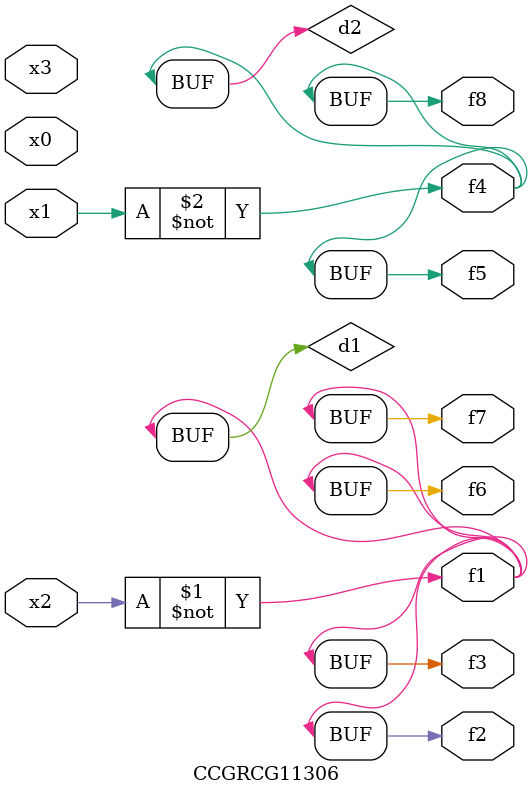
<source format=v>
module CCGRCG11306(
	input x0, x1, x2, x3,
	output f1, f2, f3, f4, f5, f6, f7, f8
);

	wire d1, d2;

	xnor (d1, x2);
	not (d2, x1);
	assign f1 = d1;
	assign f2 = d1;
	assign f3 = d1;
	assign f4 = d2;
	assign f5 = d2;
	assign f6 = d1;
	assign f7 = d1;
	assign f8 = d2;
endmodule

</source>
